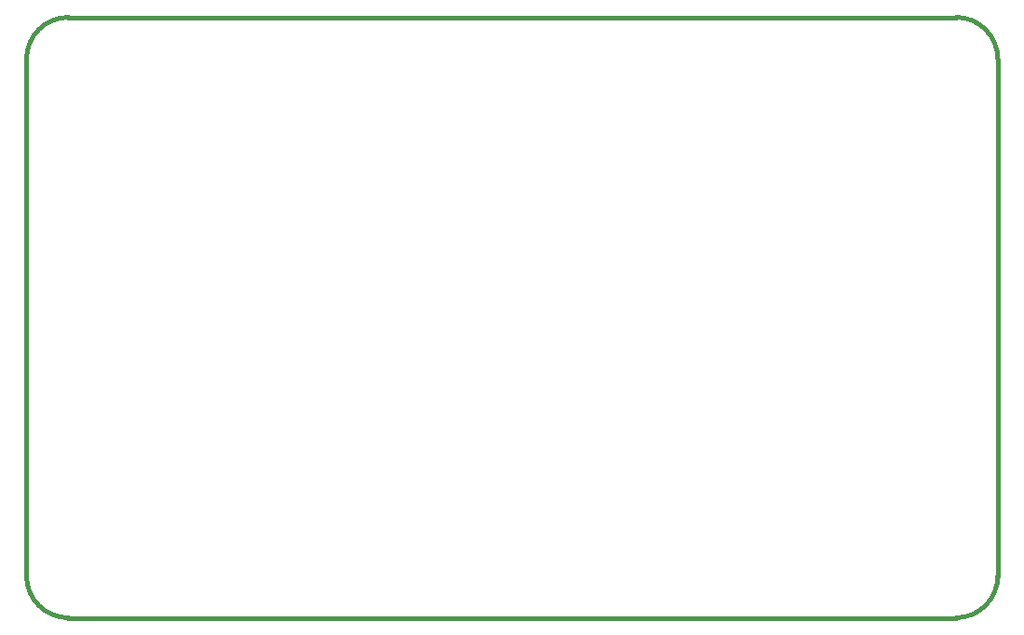
<source format=gm1>
G04 #@! TF.GenerationSoftware,KiCad,Pcbnew,(5.1.12)-1*
G04 #@! TF.CreationDate,2021-12-13T23:10:33-06:00*
G04 #@! TF.ProjectId,1005 Flash Programmer,31303035-2046-46c6-9173-682050726f67,1*
G04 #@! TF.SameCoordinates,Original*
G04 #@! TF.FileFunction,Profile,NP*
%FSLAX46Y46*%
G04 Gerber Fmt 4.6, Leading zero omitted, Abs format (unit mm)*
G04 Created by KiCad (PCBNEW (5.1.12)-1) date 2021-12-13 23:10:33*
%MOMM*%
%LPD*%
G01*
G04 APERTURE LIST*
G04 #@! TA.AperFunction,Profile*
%ADD10C,0.381000*%
G04 #@! TD*
G04 APERTURE END LIST*
D10*
X117475000Y-151130000D02*
G75*
G02*
X113665000Y-147320000I0J3810000D01*
G01*
X113665000Y-100330000D02*
G75*
G02*
X117475000Y-96520000I3810000J0D01*
G01*
X198120000Y-96520000D02*
G75*
G02*
X201930000Y-100330000I0J-3810000D01*
G01*
X201930000Y-147320000D02*
G75*
G02*
X198120000Y-151130000I-3810000J0D01*
G01*
X113665000Y-147320000D02*
X113665000Y-100330000D01*
X198120000Y-151130000D02*
X117475000Y-151130000D01*
X201930000Y-100330000D02*
X201930000Y-147320000D01*
X117475000Y-96520000D02*
X198120000Y-96520000D01*
M02*

</source>
